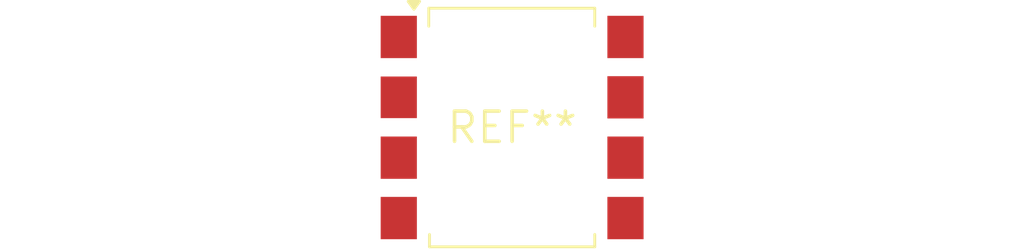
<source format=kicad_pcb>
(kicad_pcb (version 20240108) (generator pcbnew)
  (layers (0 "F.Cu" signal) (31 "B.Cu" signal) (34 "B.Paste" user) (35 "F.Paste" user) (36 "B.SilkS" user "B.Silkscreen") (37 "F.SilkS" user "F.Silkscreen") (38 "B.Mask" user) (39 "F.Mask" user) (44 "Edge.Cuts" user))
  (net 0 "")
  (footprint "SSO-8_6.7x9.8mm_P2.54mm_Clearance8mm" (layer "F.Cu") (at 0 0)
    (property "Reference" "REF**")
    (property "Value" "SSO-8_6.7x9.8mm_P2.54mm_Clearance8mm")
    (fp_line (start -3.5 -4.26) (end -3.5 -5.02) (layer "F.SilkS") (stroke (width 0.12)))
    (fp_line (start -3.47 4.5) (end -3.47 5.02) (layer "F.SilkS") (stroke (width 0.12)))
    (fp_line (start -3.47 5.02) (end 3.47 5.02) (layer "F.SilkS") (stroke (width 0.12)))
    (fp_line (start 3.47 -5.02) (end -3.5 -5.02) (layer "F.SilkS") (stroke (width 0.12)))
    (fp_line (start 3.47 -4.26) (end 3.47 -5.02) (layer "F.SilkS") (stroke (width 0.12)))
    (fp_line (start 3.47 5.02) (end 3.47 4.5) (layer "F.SilkS") (stroke (width 0.12)))
    (fp_poly (pts (xy -4.125 -4.975) (xy -4.365 -5.305) (xy -3.885 -5.305) (xy -4.125 -4.975)) (layer "F.SilkS") (stroke (width 0.12)) (fill solid))
    (pad "1" smd rect (at -4.76 -3.81) (size 1.52 1.78) (layers "F.Cu" "F.Paste" "F.Mask"))
    (pad "2" smd rect (at -4.76 -1.27) (size 1.52 1.75) (layers "F.Cu" "F.Paste" "F.Mask"))
    (pad "3" smd rect (at -4.76 1.27) (size 1.52 1.78) (layers "F.Cu" "F.Paste" "F.Mask"))
    (pad "4" smd rect (at -4.76 3.81) (size 1.52 1.78) (layers "F.Cu" "F.Paste" "F.Mask"))
    (pad "5" smd rect (at 4.76 3.81) (size 1.52 1.78) (layers "F.Cu" "F.Paste" "F.Mask"))
    (pad "6" smd rect (at 4.76 1.27) (size 1.52 1.78) (layers "F.Cu" "F.Paste" "F.Mask"))
    (pad "7" smd rect (at 4.76 -1.27) (size 1.52 1.78) (layers "F.Cu" "F.Paste" "F.Mask"))
    (pad "8" smd rect (at 4.76 -3.81) (size 1.52 1.78) (layers "F.Cu" "F.Paste" "F.Mask"))
  )
)
</source>
